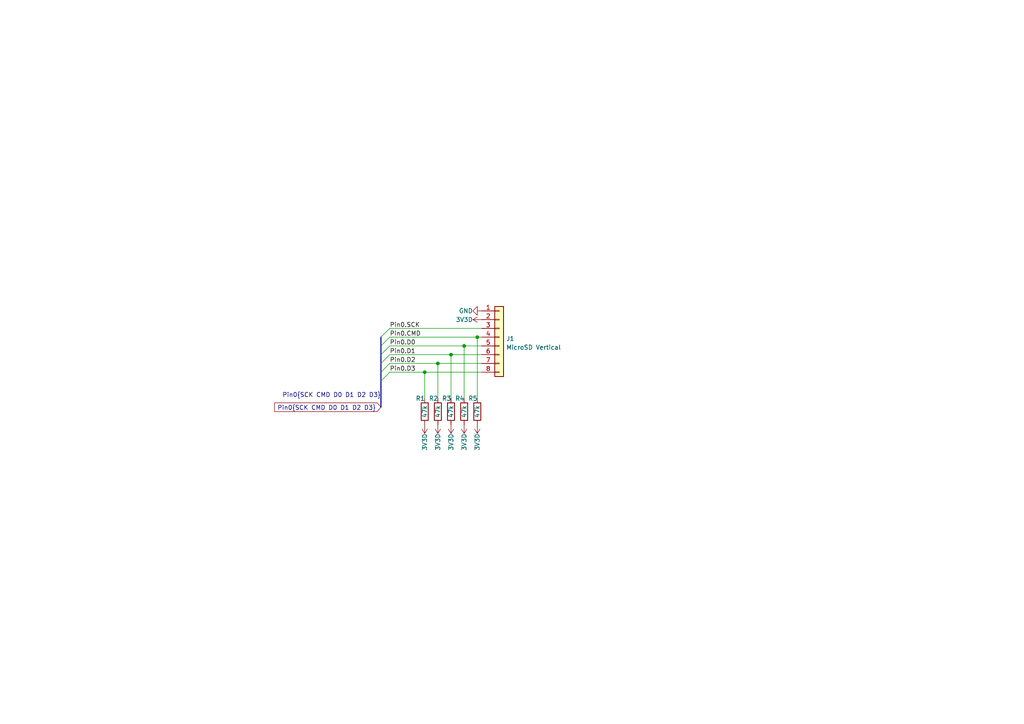
<source format=kicad_sch>
(kicad_sch (version 20211123) (generator eeschema)
  (paper "A4")
  (lib_symbols
    (symbol "Connector_Generic:Conn_01x08" (pin_names (offset 1.016) hide)
      (property "Reference" "J" (at 0 10.16 0))
      (property "Value" "Conn_01x08" (at 0 -12.7 0))
      (symbol "Conn_01x08_1_1"
        (rectangle (start -1.27 -10.033) (end 0 -10.287) (stroke (width 0.1524)))
        (rectangle (start -1.27 -7.493) (end 0 -7.747) (stroke (width 0.1524)))
        (rectangle (start -1.27 -4.953) (end 0 -5.207) (stroke (width 0.1524)))
        (rectangle (start -1.27 -2.413) (end 0 -2.667) (stroke (width 0.1524)))
        (rectangle (start -1.27 0.127) (end 0 -0.127) (stroke (width 0.1524)))
        (rectangle (start -1.27 2.667) (end 0 2.413) (stroke (width 0.1524)))
        (rectangle (start -1.27 5.207) (end 0 4.953) (stroke (width 0.1524)))
        (rectangle (start -1.27 7.747) (end 0 7.493) (stroke (width 0.1524)))
        (rectangle (start -1.27 8.89) (end 1.27 -11.43) (stroke (width 0.254)) (fill (type background)))
        (pin passive line (at -5.08 7.62 0) (length 3.81) (name "Pin_1") (number "1"))
        (pin passive line (at -5.08 5.08 0) (length 3.81) (name "Pin_2") (number "2"))
        (pin passive line (at -5.08 2.54 0) (length 3.81) (name "Pin_3") (number "3"))
        (pin passive line (at -5.08 0 0) (length 3.81) (name "Pin_4") (number "4"))
        (pin passive line (at -5.08 -2.54 0) (length 3.81) (name "Pin_5") (number "5"))
        (pin passive line (at -5.08 -5.08 0) (length 3.81) (name "Pin_6") (number "6"))
        (pin passive line (at -5.08 -7.62 0) (length 3.81) (name "Pin_7") (number "7"))
        (pin passive line (at -5.08 -10.16 0) (length 3.81) (name "Pin_8") (number "8"))
      )
    )
    (symbol "Device:R" (pin_numbers hide) (pin_names (offset 0))
      (property "Reference" "R" (at 2.032 0 90))
      (property "Value" "R" (at 0 0 90))
      (symbol "R_0_1"
        (rectangle (start -1.016 -2.54) (end 1.016 2.54) (stroke (width 0.254)))
      )
      (symbol "R_1_1"
        (pin passive line (at 0 3.81 270) (length 1.27) (name "~") (number "1"))
        (pin passive line (at 0 -3.81 90) (length 1.27) (name "~") (number "2"))
      )
    )
    (symbol "Eurorack:3V3D" (power) (in_bom no) (on_board no)
      (property "Value" "3V3D" (at 0 3.81 0))
      (symbol "3V3D_0_1"
        (polyline (pts (xy 0 0) (xy 0 2.54)))
        (polyline (pts (xy 0 2.54) (xy -0.762 1.27)))
        (polyline (pts (xy 0 2.54) (xy 0.762 1.27)))
      )
      (symbol "3V3D_1_1"
        (pin power_in line (at 0 0 90) (length 0) hide (name "3V3D") (number "1"))
      )
    )
    (symbol "power:GND" (power) (pin_names (offset 0))
      (property "Value" "GND" (at 0 -3.81 0))
      (symbol "GND_0_1"
        (polyline (pts (xy 0 0) (xy 0 -1.27) (xy 1.27 -1.27) (xy 0 -2.54) (xy -1.27 -1.27) (xy 0 -1.27)))
      )
      (symbol "GND_1_1"
        (pin power_in line (at 0 0 270) (length 0) hide (name "GND") (number "1"))
      )
    )
  )
  (junction (at 138.43 97.79))
  (junction (at 130.81 102.87))
  (junction (at 134.62 100.33))
  (junction (at 123.19 107.95))
  (junction (at 127 105.41))
  (bus_entry (at 110.49 110.49) (size 2.54 -2.54))
  (bus_entry (at 110.49 105.41) (size 2.54 -2.54))
  (bus_entry (at 110.49 97.79) (size 2.54 -2.54))
  (bus_entry (at 110.49 102.87) (size 2.54 -2.54))
  (bus_entry (at 110.49 100.33) (size 2.54 -2.54))
  (bus_entry (at 110.49 107.95) (size 2.54 -2.54))
  (wire (pts (xy 123.19 107.95) (xy 139.7 107.95)))
  (wire (pts (xy 127 105.41) (xy 139.7 105.41)))
  (wire (pts (xy 123.19 107.95) (xy 123.19 115.57)))
  (wire (pts (xy 113.03 97.79) (xy 138.43 97.79)))
  (wire (pts (xy 113.03 107.95) (xy 123.19 107.95)))
  (wire (pts (xy 134.62 100.33) (xy 134.62 115.57)))
  (wire (pts (xy 134.62 100.33) (xy 139.7 100.33)))
  (bus (pts (xy 110.49 110.49) (xy 110.49 118.11)))
  (wire (pts (xy 113.03 100.33) (xy 134.62 100.33)))
  (wire (pts (xy 113.03 95.25) (xy 139.7 95.25)))
  (wire (pts (xy 138.43 97.79) (xy 139.7 97.79)))
  (bus (pts (xy 110.49 102.87) (xy 110.49 105.41)))
  (wire (pts (xy 138.43 97.79) (xy 138.43 115.57)))
  (bus (pts (xy 110.49 105.41) (xy 110.49 107.95)))
  (wire (pts (xy 127 105.41) (xy 127 115.57)))
  (bus (pts (xy 110.49 107.95) (xy 110.49 110.49)))
  (wire (pts (xy 113.03 102.87) (xy 130.81 102.87)))
  (wire (pts (xy 113.03 105.41) (xy 127 105.41)))
  (wire (pts (xy 130.81 102.87) (xy 139.7 102.87)))
  (wire (pts (xy 130.81 102.87) (xy 130.81 115.57)))
  (bus (pts (xy 110.49 97.79) (xy 110.49 100.33)))
  (bus (pts (xy 110.49 100.33) (xy 110.49 102.87)))
  (label "Pin0{SCK CMD D0 D1 D2 D3}" (at 110.49 115.57 180))
  (label "Pin0.CMD" (at 113.03 97.79 0))
  (label "Pin0.SCK" (at 113.03 95.25 0))
  (label "Pin0.D1" (at 113.03 102.87 0))
  (label "Pin0.D2" (at 113.03 105.41 0))
  (label "Pin0.D3" (at 113.03 107.95 0))
  (label "Pin0.D0" (at 113.03 100.33 0))
  (global_label "Pin0{SCK CMD D0 D1 D2 D3}" (shape input) (at 110.49 118.11 180) (property "Intersheet References" "${INTERSHEET_REFS}" (effects hide)))
  (symbol (lib_id "Eurorack:3V3D") (at 139.7 92.71 90) (unit 1) (in_bom no) (on_board no)
    (property "Reference" "#PWR02" (effects hide))
    (property "Value" "3V3D" (at 137.16 92.71 90) (effects (justify left)))
  )
  (symbol (lib_id "Eurorack:3V3D") (at 134.62 123.19 180) (unit 1) (in_bom no) (on_board no)
    (property "Reference" "#PWR?" (effects hide))
    (property "Value" "3V3D" (at 134.62 125.73 90) (effects (justify left)))
  )
  (symbol (lib_id "Eurorack:3V3D") (at 127 123.19 180) (unit 1) (in_bom no) (on_board no)
    (property "Reference" "#PWR?" (effects hide))
    (property "Value" "3V3D" (at 127 125.73 90) (effects (justify left)))
  )
  (symbol (lib_id "Device:R") (at 127 119.38 180) (unit 1)
    (property "Reference" "R2" (at 125.73 115.57 0))
    (property "Value" "47k" (at 127 119.38 90))
    (property "Footprint" "Resistor_SMD:R_0603_1608Metric" (effects hide))
    (property "Description" "Resistor, Thick Film, 100mW, 1%" (effects hide))
    (property "IPN" "47K R0603" (effects hide))
    (property "MPN" "RC0603JR-0747KL" (effects hide))
    (property "Place" "Yes" (effects hide))
    (property "Package" "R0603" (effects hide))
    (property "JlcPcbPlace" "Yes" (effects hide))
    (property "JlcPcbPartNumber" "C127447" (effects hide))
  )
  (symbol (lib_id "Connector_Generic:Conn_01x08") (at 144.78 97.79 0) (unit 1)
    (property "Reference" "J1" (at 146.812 98.2253 0) (effects (justify left)))
    (property "Value" "MicroSD Vertical" (at 146.812 100.7622 0) (effects (justify left)))
    (property "Footprint" "local:VERT_MICROSD_CENTERED" (effects hide))
    (property "Device" "MicroSD Vertical" (effects hide))
    (property "Description" "MicroSD Vertical" (effects hide))
    (property "DistPartNumber" "PJS008U-3000-0" (effects hide))
    (property "Place" "Yes" (effects hide))
    (property "MPN" "PJS008U-3000-0" (effects hide))
    (property "IPN" "MicroSD Vertical" (effects hide))
    (property "DistLink" "https://www.thonk.co.uk/wp-content/uploads/2015/09/PJS008U-3000.pdf" (effects hide))
  )
  (symbol (lib_id "Eurorack:3V3D") (at 130.81 123.19 180) (unit 1) (in_bom no) (on_board no)
    (property "Reference" "#PWR?" (effects hide))
    (property "Value" "3V3D" (at 130.81 125.73 90) (effects (justify left)))
  )
  (symbol (lib_id "Device:R") (at 134.62 119.38 180) (unit 1)
    (property "Reference" "R4" (at 133.35 115.57 0))
    (property "Value" "47k" (at 134.62 119.38 90))
    (property "Footprint" "Resistor_SMD:R_0603_1608Metric" (effects hide))
    (property "Description" "Resistor, Thick Film, 100mW, 1%" (effects hide))
    (property "IPN" "47K R0603" (effects hide))
    (property "MPN" "RC0603JR-0747KL" (effects hide))
    (property "Place" "Yes" (effects hide))
    (property "Package" "R0603" (effects hide))
    (property "JlcPcbPlace" "Yes" (effects hide))
    (property "JlcPcbPartNumber" "C127447" (effects hide))
  )
  (symbol (lib_id "Device:R") (at 123.19 119.38 180) (unit 1)
    (property "Reference" "R1" (at 121.92 115.57 0))
    (property "Value" "47k" (at 123.19 119.38 90))
    (property "Footprint" "Resistor_SMD:R_0603_1608Metric" (effects hide))
    (property "Description" "Resistor, Thick Film, 100mW, 1%" (effects hide))
    (property "IPN" "47K R0603" (effects hide))
    (property "MPN" "RC0603JR-0747KL" (effects hide))
    (property "Place" "Yes" (effects hide))
    (property "Package" "R0603" (effects hide))
    (property "JlcPcbPlace" "Yes" (effects hide))
    (property "JlcPcbPartNumber" "C127447" (effects hide))
  )
  (symbol (lib_id "Eurorack:3V3D") (at 123.19 123.19 180) (unit 1) (in_bom no) (on_board no)
    (property "Reference" "#PWR?" (effects hide))
    (property "Value" "3V3D" (at 123.19 125.73 90) (effects (justify left)))
  )
  (symbol (lib_id "power:GND") (at 139.7 90.17 270) (unit 1)
    (property "Reference" "#PWR01" (effects hide))
    (property "Value" "GND" (at 137.16 90.17 90) (effects (justify right)))
  )
  (symbol (lib_id "Device:R") (at 138.43 119.38 180) (unit 1)
    (property "Reference" "R5" (at 137.16 115.57 0))
    (property "Value" "47k" (at 138.43 119.38 90))
    (property "Footprint" "Resistor_SMD:R_0603_1608Metric" (effects hide))
    (property "Description" "Resistor, Thick Film, 100mW, 1%" (effects hide))
    (property "IPN" "47K R0603" (effects hide))
    (property "MPN" "RC0603JR-0747KL" (effects hide))
    (property "Place" "Yes" (effects hide))
    (property "Package" "R0603" (effects hide))
    (property "JlcPcbPlace" "Yes" (effects hide))
    (property "JlcPcbPartNumber" "C127447" (effects hide))
  )
  (symbol (lib_id "Device:R") (at 130.81 119.38 180) (unit 1)
    (property "Reference" "R3" (at 129.54 115.57 0))
    (property "Value" "47k" (at 130.81 119.38 90))
    (property "Footprint" "Resistor_SMD:R_0603_1608Metric" (effects hide))
    (property "Description" "Resistor, Thick Film, 100mW, 1%" (effects hide))
    (property "IPN" "47K R0603" (effects hide))
    (property "MPN" "RC0603JR-0747KL" (effects hide))
    (property "Place" "Yes" (effects hide))
    (property "Package" "R0603" (effects hide))
    (property "JlcPcbPlace" "Yes" (effects hide))
    (property "JlcPcbPartNumber" "C127447" (effects hide))
  )
  (symbol (lib_id "Eurorack:3V3D") (at 138.43 123.19 180) (unit 1) (in_bom no) (on_board no)
    (property "Reference" "#PWR?" (effects hide))
    (property "Value" "3V3D" (at 138.43 125.73 90) (effects (justify left)))
  )
)
</source>
